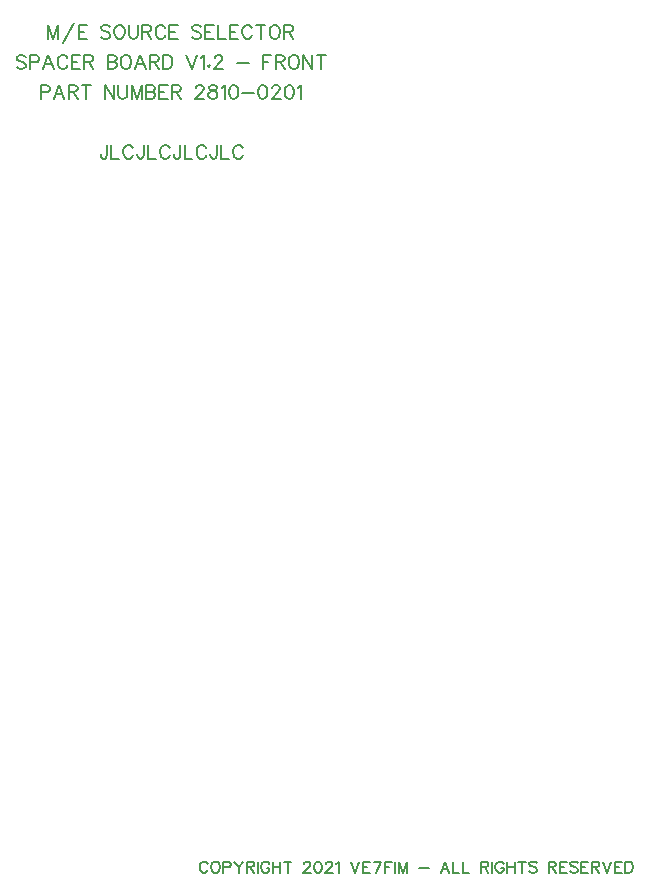
<source format=gto>
G04 Layer: TopSilkscreenLayer*
G04 EasyEDA v6.5.29, 2023-07-16 15:11:24*
G04 4815ca597486458abc7986fe6b47f49f,5a6b42c53f6a479593ecc07194224c93,10*
G04 Gerber Generator version 0.2*
G04 Scale: 100 percent, Rotated: No, Reflected: No *
G04 Dimensions in millimeters *
G04 leading zeros omitted , absolute positions ,4 integer and 5 decimal *
%FSLAX45Y45*%
%MOMM*%

%ADD10C,0.2032*%
%ADD11C,0.1524*%

%LPD*%
D10*
X1524000Y9709658D02*
G01*
X1524000Y9595104D01*
X1524000Y9709658D02*
G01*
X1567687Y9595104D01*
X1611376Y9709658D02*
G01*
X1567687Y9595104D01*
X1611376Y9709658D02*
G01*
X1611376Y9595104D01*
X1745487Y9731502D02*
G01*
X1647189Y9556750D01*
X1781555Y9709658D02*
G01*
X1781555Y9595104D01*
X1781555Y9709658D02*
G01*
X1852421Y9709658D01*
X1781555Y9655047D02*
G01*
X1824989Y9655047D01*
X1781555Y9595104D02*
G01*
X1852421Y9595104D01*
X2048763Y9693147D02*
G01*
X2037841Y9704070D01*
X2021331Y9709658D01*
X1999741Y9709658D01*
X1983231Y9704070D01*
X1972309Y9693147D01*
X1972309Y9682226D01*
X1977897Y9671304D01*
X1983231Y9665970D01*
X1994154Y9660381D01*
X2026920Y9649713D01*
X2037841Y9644126D01*
X2043175Y9638792D01*
X2048763Y9627870D01*
X2048763Y9611360D01*
X2037841Y9600437D01*
X2021331Y9595104D01*
X1999741Y9595104D01*
X1983231Y9600437D01*
X1972309Y9611360D01*
X2117343Y9709658D02*
G01*
X2106422Y9704070D01*
X2095754Y9693147D01*
X2090165Y9682226D01*
X2084831Y9665970D01*
X2084831Y9638792D01*
X2090165Y9622281D01*
X2095754Y9611360D01*
X2106422Y9600437D01*
X2117343Y9595104D01*
X2139188Y9595104D01*
X2150109Y9600437D01*
X2161031Y9611360D01*
X2166620Y9622281D01*
X2171954Y9638792D01*
X2171954Y9665970D01*
X2166620Y9682226D01*
X2161031Y9693147D01*
X2150109Y9704070D01*
X2139188Y9709658D01*
X2117343Y9709658D01*
X2208022Y9709658D02*
G01*
X2208022Y9627870D01*
X2213356Y9611360D01*
X2224277Y9600437D01*
X2240788Y9595104D01*
X2251709Y9595104D01*
X2267965Y9600437D01*
X2278888Y9611360D01*
X2284475Y9627870D01*
X2284475Y9709658D01*
X2320290Y9709658D02*
G01*
X2320290Y9595104D01*
X2320290Y9709658D02*
G01*
X2369565Y9709658D01*
X2385822Y9704070D01*
X2391156Y9698736D01*
X2396743Y9687813D01*
X2396743Y9676892D01*
X2391156Y9665970D01*
X2385822Y9660381D01*
X2369565Y9655047D01*
X2320290Y9655047D01*
X2358643Y9655047D02*
G01*
X2396743Y9595104D01*
X2514600Y9682226D02*
G01*
X2509011Y9693147D01*
X2498090Y9704070D01*
X2487168Y9709658D01*
X2465577Y9709658D01*
X2454656Y9704070D01*
X2443734Y9693147D01*
X2438145Y9682226D01*
X2432811Y9665970D01*
X2432811Y9638792D01*
X2438145Y9622281D01*
X2443734Y9611360D01*
X2454656Y9600437D01*
X2465577Y9595104D01*
X2487168Y9595104D01*
X2498090Y9600437D01*
X2509011Y9611360D01*
X2514600Y9622281D01*
X2550668Y9709658D02*
G01*
X2550668Y9595104D01*
X2550668Y9709658D02*
G01*
X2621534Y9709658D01*
X2550668Y9655047D02*
G01*
X2594102Y9655047D01*
X2550668Y9595104D02*
G01*
X2621534Y9595104D01*
X2817875Y9693147D02*
G01*
X2806954Y9704070D01*
X2790443Y9709658D01*
X2768600Y9709658D01*
X2752343Y9704070D01*
X2741422Y9693147D01*
X2741422Y9682226D01*
X2747009Y9671304D01*
X2752343Y9665970D01*
X2763265Y9660381D01*
X2796031Y9649713D01*
X2806954Y9644126D01*
X2812288Y9638792D01*
X2817875Y9627870D01*
X2817875Y9611360D01*
X2806954Y9600437D01*
X2790443Y9595104D01*
X2768600Y9595104D01*
X2752343Y9600437D01*
X2741422Y9611360D01*
X2853690Y9709658D02*
G01*
X2853690Y9595104D01*
X2853690Y9709658D02*
G01*
X2924809Y9709658D01*
X2853690Y9655047D02*
G01*
X2897377Y9655047D01*
X2853690Y9595104D02*
G01*
X2924809Y9595104D01*
X2960624Y9709658D02*
G01*
X2960624Y9595104D01*
X2960624Y9595104D02*
G01*
X3026156Y9595104D01*
X3062224Y9709658D02*
G01*
X3062224Y9595104D01*
X3062224Y9709658D02*
G01*
X3133090Y9709658D01*
X3062224Y9655047D02*
G01*
X3105911Y9655047D01*
X3062224Y9595104D02*
G01*
X3133090Y9595104D01*
X3250945Y9682226D02*
G01*
X3245358Y9693147D01*
X3234436Y9704070D01*
X3223513Y9709658D01*
X3201924Y9709658D01*
X3191002Y9704070D01*
X3180079Y9693147D01*
X3174491Y9682226D01*
X3169158Y9665970D01*
X3169158Y9638792D01*
X3174491Y9622281D01*
X3180079Y9611360D01*
X3191002Y9600437D01*
X3201924Y9595104D01*
X3223513Y9595104D01*
X3234436Y9600437D01*
X3245358Y9611360D01*
X3250945Y9622281D01*
X3325113Y9709658D02*
G01*
X3325113Y9595104D01*
X3287013Y9709658D02*
G01*
X3363213Y9709658D01*
X3432047Y9709658D02*
G01*
X3421125Y9704070D01*
X3410204Y9693147D01*
X3404615Y9682226D01*
X3399281Y9665970D01*
X3399281Y9638792D01*
X3404615Y9622281D01*
X3410204Y9611360D01*
X3421125Y9600437D01*
X3432047Y9595104D01*
X3453891Y9595104D01*
X3464813Y9600437D01*
X3475736Y9611360D01*
X3481070Y9622281D01*
X3486658Y9638792D01*
X3486658Y9665970D01*
X3481070Y9682226D01*
X3475736Y9693147D01*
X3464813Y9704070D01*
X3453891Y9709658D01*
X3432047Y9709658D01*
X3522472Y9709658D02*
G01*
X3522472Y9595104D01*
X3522472Y9709658D02*
G01*
X3571747Y9709658D01*
X3588004Y9704070D01*
X3593338Y9698736D01*
X3598925Y9687813D01*
X3598925Y9676892D01*
X3593338Y9665970D01*
X3588004Y9660381D01*
X3571747Y9655047D01*
X3522472Y9655047D01*
X3560825Y9655047D02*
G01*
X3598925Y9595104D01*
X2023109Y8693658D02*
G01*
X2023109Y8606281D01*
X2017522Y8590026D01*
X2012188Y8584437D01*
X2001265Y8579104D01*
X1990343Y8579104D01*
X1979422Y8584437D01*
X1973834Y8590026D01*
X1968500Y8606281D01*
X1968500Y8617204D01*
X2058924Y8693658D02*
G01*
X2058924Y8579104D01*
X2058924Y8579104D02*
G01*
X2124456Y8579104D01*
X2242311Y8666226D02*
G01*
X2236977Y8677147D01*
X2226056Y8688070D01*
X2215134Y8693658D01*
X2193290Y8693658D01*
X2182368Y8688070D01*
X2171445Y8677147D01*
X2165858Y8666226D01*
X2160524Y8649970D01*
X2160524Y8622792D01*
X2165858Y8606281D01*
X2171445Y8595360D01*
X2182368Y8584437D01*
X2193290Y8579104D01*
X2215134Y8579104D01*
X2226056Y8584437D01*
X2236977Y8595360D01*
X2242311Y8606281D01*
X2332736Y8693658D02*
G01*
X2332736Y8606281D01*
X2327402Y8590026D01*
X2322068Y8584437D01*
X2311145Y8579104D01*
X2300224Y8579104D01*
X2289302Y8584437D01*
X2283713Y8590026D01*
X2278379Y8606281D01*
X2278379Y8617204D01*
X2368804Y8693658D02*
G01*
X2368804Y8579104D01*
X2368804Y8579104D02*
G01*
X2434336Y8579104D01*
X2552191Y8666226D02*
G01*
X2546604Y8677147D01*
X2535681Y8688070D01*
X2524759Y8693658D01*
X2503170Y8693658D01*
X2492247Y8688070D01*
X2481325Y8677147D01*
X2475738Y8666226D01*
X2470404Y8649970D01*
X2470404Y8622792D01*
X2475738Y8606281D01*
X2481325Y8595360D01*
X2492247Y8584437D01*
X2503170Y8579104D01*
X2524759Y8579104D01*
X2535681Y8584437D01*
X2546604Y8595360D01*
X2552191Y8606281D01*
X2642615Y8693658D02*
G01*
X2642615Y8606281D01*
X2637281Y8590026D01*
X2631693Y8584437D01*
X2620772Y8579104D01*
X2609850Y8579104D01*
X2598927Y8584437D01*
X2593593Y8590026D01*
X2588259Y8606281D01*
X2588259Y8617204D01*
X2678684Y8693658D02*
G01*
X2678684Y8579104D01*
X2678684Y8579104D02*
G01*
X2744215Y8579104D01*
X2862072Y8666226D02*
G01*
X2856484Y8677147D01*
X2845561Y8688070D01*
X2834640Y8693658D01*
X2812795Y8693658D01*
X2801874Y8688070D01*
X2790952Y8677147D01*
X2785618Y8666226D01*
X2780029Y8649970D01*
X2780029Y8622792D01*
X2785618Y8606281D01*
X2790952Y8595360D01*
X2801874Y8584437D01*
X2812795Y8579104D01*
X2834640Y8579104D01*
X2845561Y8584437D01*
X2856484Y8595360D01*
X2862072Y8606281D01*
X2952495Y8693658D02*
G01*
X2952495Y8606281D01*
X2947161Y8590026D01*
X2941574Y8584437D01*
X2930652Y8579104D01*
X2919729Y8579104D01*
X2908808Y8584437D01*
X2903474Y8590026D01*
X2897886Y8606281D01*
X2897886Y8617204D01*
X2988563Y8693658D02*
G01*
X2988563Y8579104D01*
X2988563Y8579104D02*
G01*
X3053841Y8579104D01*
X3171697Y8666226D02*
G01*
X3166363Y8677147D01*
X3155441Y8688070D01*
X3144520Y8693658D01*
X3122675Y8693658D01*
X3111754Y8688070D01*
X3100831Y8677147D01*
X3095497Y8666226D01*
X3089909Y8649970D01*
X3089909Y8622792D01*
X3095497Y8606281D01*
X3100831Y8595360D01*
X3111754Y8584437D01*
X3122675Y8579104D01*
X3144520Y8579104D01*
X3155441Y8584437D01*
X3166363Y8595360D01*
X3171697Y8606281D01*
D11*
X2874766Y2605537D02*
G01*
X2870448Y2614681D01*
X2861304Y2623571D01*
X2852160Y2628143D01*
X2833872Y2628143D01*
X2824982Y2623571D01*
X2815838Y2614681D01*
X2811266Y2605537D01*
X2806694Y2591821D01*
X2806694Y2569215D01*
X2811266Y2555499D01*
X2815838Y2546355D01*
X2824982Y2537211D01*
X2833872Y2532639D01*
X2852160Y2532639D01*
X2861304Y2537211D01*
X2870448Y2546355D01*
X2874766Y2555499D01*
X2932170Y2628143D02*
G01*
X2923026Y2623571D01*
X2913882Y2614681D01*
X2909310Y2605537D01*
X2904992Y2591821D01*
X2904992Y2569215D01*
X2909310Y2555499D01*
X2913882Y2546355D01*
X2923026Y2537211D01*
X2932170Y2532639D01*
X2950204Y2532639D01*
X2959348Y2537211D01*
X2968492Y2546355D01*
X2973064Y2555499D01*
X2977636Y2569215D01*
X2977636Y2591821D01*
X2973064Y2605537D01*
X2968492Y2614681D01*
X2959348Y2623571D01*
X2950204Y2628143D01*
X2932170Y2628143D01*
X3007608Y2628143D02*
G01*
X3007608Y2532639D01*
X3007608Y2628143D02*
G01*
X3048502Y2628143D01*
X3062218Y2623571D01*
X3066790Y2618999D01*
X3071362Y2610109D01*
X3071362Y2596393D01*
X3066790Y2587249D01*
X3062218Y2582677D01*
X3048502Y2578105D01*
X3007608Y2578105D01*
X3101334Y2628143D02*
G01*
X3137656Y2582677D01*
X3137656Y2532639D01*
X3173978Y2628143D02*
G01*
X3137656Y2582677D01*
X3203950Y2628143D02*
G01*
X3203950Y2532639D01*
X3203950Y2628143D02*
G01*
X3244844Y2628143D01*
X3258560Y2623571D01*
X3263132Y2618999D01*
X3267704Y2610109D01*
X3267704Y2600965D01*
X3263132Y2591821D01*
X3258560Y2587249D01*
X3244844Y2582677D01*
X3203950Y2582677D01*
X3235700Y2582677D02*
G01*
X3267704Y2532639D01*
X3297676Y2628143D02*
G01*
X3297676Y2532639D01*
X3395720Y2605537D02*
G01*
X3391148Y2614681D01*
X3382258Y2623571D01*
X3373114Y2628143D01*
X3354826Y2628143D01*
X3345682Y2623571D01*
X3336792Y2614681D01*
X3332220Y2605537D01*
X3327648Y2591821D01*
X3327648Y2569215D01*
X3332220Y2555499D01*
X3336792Y2546355D01*
X3345682Y2537211D01*
X3354826Y2532639D01*
X3373114Y2532639D01*
X3382258Y2537211D01*
X3391148Y2546355D01*
X3395720Y2555499D01*
X3395720Y2569215D01*
X3373114Y2569215D02*
G01*
X3395720Y2569215D01*
X3425692Y2628143D02*
G01*
X3425692Y2532639D01*
X3489446Y2628143D02*
G01*
X3489446Y2532639D01*
X3425692Y2582677D02*
G01*
X3489446Y2582677D01*
X3551168Y2628143D02*
G01*
X3551168Y2532639D01*
X3519418Y2628143D02*
G01*
X3583172Y2628143D01*
X3687566Y2605537D02*
G01*
X3687566Y2610109D01*
X3692138Y2618999D01*
X3696710Y2623571D01*
X3705854Y2628143D01*
X3723888Y2628143D01*
X3733032Y2623571D01*
X3737604Y2618999D01*
X3742176Y2610109D01*
X3742176Y2600965D01*
X3737604Y2591821D01*
X3728460Y2578105D01*
X3682994Y2532639D01*
X3746748Y2532639D01*
X3803898Y2628143D02*
G01*
X3790436Y2623571D01*
X3781292Y2610109D01*
X3776720Y2587249D01*
X3776720Y2573787D01*
X3781292Y2550927D01*
X3790436Y2537211D01*
X3803898Y2532639D01*
X3813042Y2532639D01*
X3826758Y2537211D01*
X3835902Y2550927D01*
X3840220Y2573787D01*
X3840220Y2587249D01*
X3835902Y2610109D01*
X3826758Y2623571D01*
X3813042Y2628143D01*
X3803898Y2628143D01*
X3874764Y2605537D02*
G01*
X3874764Y2610109D01*
X3879336Y2618999D01*
X3883908Y2623571D01*
X3893052Y2628143D01*
X3911340Y2628143D01*
X3920230Y2623571D01*
X3924802Y2618999D01*
X3929374Y2610109D01*
X3929374Y2600965D01*
X3924802Y2591821D01*
X3915658Y2578105D01*
X3870446Y2532639D01*
X3933946Y2532639D01*
X3963918Y2610109D02*
G01*
X3973062Y2614681D01*
X3986778Y2628143D01*
X3986778Y2532639D01*
X4086600Y2628143D02*
G01*
X4123176Y2532639D01*
X4159498Y2628143D02*
G01*
X4123176Y2532639D01*
X4189470Y2628143D02*
G01*
X4189470Y2532639D01*
X4189470Y2628143D02*
G01*
X4248398Y2628143D01*
X4189470Y2582677D02*
G01*
X4225792Y2582677D01*
X4189470Y2532639D02*
G01*
X4248398Y2532639D01*
X4342124Y2628143D02*
G01*
X4296658Y2532639D01*
X4278624Y2628143D02*
G01*
X4342124Y2628143D01*
X4372096Y2628143D02*
G01*
X4372096Y2532639D01*
X4372096Y2628143D02*
G01*
X4431278Y2628143D01*
X4372096Y2582677D02*
G01*
X4408418Y2582677D01*
X4461250Y2628143D02*
G01*
X4461250Y2532639D01*
X4491222Y2628143D02*
G01*
X4491222Y2532639D01*
X4491222Y2628143D02*
G01*
X4527544Y2532639D01*
X4563866Y2628143D02*
G01*
X4527544Y2532639D01*
X4563866Y2628143D02*
G01*
X4563866Y2532639D01*
X4663942Y2573787D02*
G01*
X4745730Y2573787D01*
X4882128Y2628143D02*
G01*
X4845806Y2532639D01*
X4882128Y2628143D02*
G01*
X4918450Y2532639D01*
X4859522Y2564643D02*
G01*
X4904988Y2564643D01*
X4948422Y2628143D02*
G01*
X4948422Y2532639D01*
X4948422Y2532639D02*
G01*
X5003032Y2532639D01*
X5033004Y2628143D02*
G01*
X5033004Y2532639D01*
X5033004Y2532639D02*
G01*
X5087614Y2532639D01*
X5187690Y2628143D02*
G01*
X5187690Y2532639D01*
X5187690Y2628143D02*
G01*
X5228584Y2628143D01*
X5242046Y2623571D01*
X5246618Y2618999D01*
X5251190Y2610109D01*
X5251190Y2600965D01*
X5246618Y2591821D01*
X5242046Y2587249D01*
X5228584Y2582677D01*
X5187690Y2582677D01*
X5219440Y2582677D02*
G01*
X5251190Y2532639D01*
X5281162Y2628143D02*
G01*
X5281162Y2532639D01*
X5379460Y2605537D02*
G01*
X5374888Y2614681D01*
X5365744Y2623571D01*
X5356600Y2628143D01*
X5338566Y2628143D01*
X5329422Y2623571D01*
X5320278Y2614681D01*
X5315706Y2605537D01*
X5311134Y2591821D01*
X5311134Y2569215D01*
X5315706Y2555499D01*
X5320278Y2546355D01*
X5329422Y2537211D01*
X5338566Y2532639D01*
X5356600Y2532639D01*
X5365744Y2537211D01*
X5374888Y2546355D01*
X5379460Y2555499D01*
X5379460Y2569215D01*
X5356600Y2569215D02*
G01*
X5379460Y2569215D01*
X5409432Y2628143D02*
G01*
X5409432Y2532639D01*
X5472932Y2628143D02*
G01*
X5472932Y2532639D01*
X5409432Y2582677D02*
G01*
X5472932Y2582677D01*
X5534908Y2628143D02*
G01*
X5534908Y2532639D01*
X5503158Y2628143D02*
G01*
X5566658Y2628143D01*
X5660384Y2614681D02*
G01*
X5651240Y2623571D01*
X5637524Y2628143D01*
X5619490Y2628143D01*
X5605774Y2623571D01*
X5596630Y2614681D01*
X5596630Y2605537D01*
X5601202Y2596393D01*
X5605774Y2591821D01*
X5614918Y2587249D01*
X5642096Y2578105D01*
X5651240Y2573787D01*
X5655812Y2569215D01*
X5660384Y2560071D01*
X5660384Y2546355D01*
X5651240Y2537211D01*
X5637524Y2532639D01*
X5619490Y2532639D01*
X5605774Y2537211D01*
X5596630Y2546355D01*
X5760206Y2628143D02*
G01*
X5760206Y2532639D01*
X5760206Y2628143D02*
G01*
X5801354Y2628143D01*
X5814816Y2623571D01*
X5819388Y2618999D01*
X5823960Y2610109D01*
X5823960Y2600965D01*
X5819388Y2591821D01*
X5814816Y2587249D01*
X5801354Y2582677D01*
X5760206Y2582677D01*
X5792210Y2582677D02*
G01*
X5823960Y2532639D01*
X5853932Y2628143D02*
G01*
X5853932Y2532639D01*
X5853932Y2628143D02*
G01*
X5913114Y2628143D01*
X5853932Y2582677D02*
G01*
X5890254Y2582677D01*
X5853932Y2532639D02*
G01*
X5913114Y2532639D01*
X6006586Y2614681D02*
G01*
X5997696Y2623571D01*
X5983980Y2628143D01*
X5965692Y2628143D01*
X5952230Y2623571D01*
X5943086Y2614681D01*
X5943086Y2605537D01*
X5947658Y2596393D01*
X5952230Y2591821D01*
X5961120Y2587249D01*
X5988552Y2578105D01*
X5997696Y2573787D01*
X6002268Y2569215D01*
X6006586Y2560071D01*
X6006586Y2546355D01*
X5997696Y2537211D01*
X5983980Y2532639D01*
X5965692Y2532639D01*
X5952230Y2537211D01*
X5943086Y2546355D01*
X6036812Y2628143D02*
G01*
X6036812Y2532639D01*
X6036812Y2628143D02*
G01*
X6095740Y2628143D01*
X6036812Y2582677D02*
G01*
X6073134Y2582677D01*
X6036812Y2532639D02*
G01*
X6095740Y2532639D01*
X6125712Y2628143D02*
G01*
X6125712Y2532639D01*
X6125712Y2628143D02*
G01*
X6166606Y2628143D01*
X6180322Y2623571D01*
X6184894Y2618999D01*
X6189466Y2610109D01*
X6189466Y2600965D01*
X6184894Y2591821D01*
X6180322Y2587249D01*
X6166606Y2582677D01*
X6125712Y2582677D01*
X6157716Y2582677D02*
G01*
X6189466Y2532639D01*
X6219438Y2628143D02*
G01*
X6255760Y2532639D01*
X6292082Y2628143D02*
G01*
X6255760Y2532639D01*
X6322054Y2628143D02*
G01*
X6322054Y2532639D01*
X6322054Y2628143D02*
G01*
X6381236Y2628143D01*
X6322054Y2582677D02*
G01*
X6358630Y2582677D01*
X6322054Y2532639D02*
G01*
X6381236Y2532639D01*
X6411208Y2628143D02*
G01*
X6411208Y2532639D01*
X6411208Y2628143D02*
G01*
X6442958Y2628143D01*
X6456674Y2623571D01*
X6465818Y2614681D01*
X6470390Y2605537D01*
X6474962Y2591821D01*
X6474962Y2569215D01*
X6470390Y2555499D01*
X6465818Y2546355D01*
X6456674Y2537211D01*
X6442958Y2532639D01*
X6411208Y2532639D01*
D10*
X1460500Y9201658D02*
G01*
X1460500Y9087104D01*
X1460500Y9201658D02*
G01*
X1509521Y9201658D01*
X1526031Y9196070D01*
X1531365Y9190736D01*
X1536954Y9179813D01*
X1536954Y9163304D01*
X1531365Y9152381D01*
X1526031Y9147047D01*
X1509521Y9141713D01*
X1460500Y9141713D01*
X1616455Y9201658D02*
G01*
X1572768Y9087104D01*
X1616455Y9201658D02*
G01*
X1660144Y9087104D01*
X1589278Y9125204D02*
G01*
X1643887Y9125204D01*
X1696212Y9201658D02*
G01*
X1696212Y9087104D01*
X1696212Y9201658D02*
G01*
X1745234Y9201658D01*
X1761489Y9196070D01*
X1767078Y9190736D01*
X1772412Y9179813D01*
X1772412Y9168892D01*
X1767078Y9157970D01*
X1761489Y9152381D01*
X1745234Y9147047D01*
X1696212Y9147047D01*
X1734312Y9147047D02*
G01*
X1772412Y9087104D01*
X1846579Y9201658D02*
G01*
X1846579Y9087104D01*
X1808479Y9201658D02*
G01*
X1884934Y9201658D01*
X2004822Y9201658D02*
G01*
X2004822Y9087104D01*
X2004822Y9201658D02*
G01*
X2081275Y9087104D01*
X2081275Y9201658D02*
G01*
X2081275Y9087104D01*
X2117343Y9201658D02*
G01*
X2117343Y9119870D01*
X2122677Y9103360D01*
X2133600Y9092437D01*
X2149856Y9087104D01*
X2160777Y9087104D01*
X2177288Y9092437D01*
X2188209Y9103360D01*
X2193543Y9119870D01*
X2193543Y9201658D01*
X2229611Y9201658D02*
G01*
X2229611Y9087104D01*
X2229611Y9201658D02*
G01*
X2273300Y9087104D01*
X2316988Y9201658D02*
G01*
X2273300Y9087104D01*
X2316988Y9201658D02*
G01*
X2316988Y9087104D01*
X2352802Y9201658D02*
G01*
X2352802Y9087104D01*
X2352802Y9201658D02*
G01*
X2402077Y9201658D01*
X2418334Y9196070D01*
X2423668Y9190736D01*
X2429256Y9179813D01*
X2429256Y9168892D01*
X2423668Y9157970D01*
X2418334Y9152381D01*
X2402077Y9147047D01*
X2352802Y9147047D02*
G01*
X2402077Y9147047D01*
X2418334Y9141713D01*
X2423668Y9136126D01*
X2429256Y9125204D01*
X2429256Y9108947D01*
X2423668Y9098026D01*
X2418334Y9092437D01*
X2402077Y9087104D01*
X2352802Y9087104D01*
X2465324Y9201658D02*
G01*
X2465324Y9087104D01*
X2465324Y9201658D02*
G01*
X2536190Y9201658D01*
X2465324Y9147047D02*
G01*
X2508758Y9147047D01*
X2465324Y9087104D02*
G01*
X2536190Y9087104D01*
X2572258Y9201658D02*
G01*
X2572258Y9087104D01*
X2572258Y9201658D02*
G01*
X2621279Y9201658D01*
X2637536Y9196070D01*
X2643124Y9190736D01*
X2648458Y9179813D01*
X2648458Y9168892D01*
X2643124Y9157970D01*
X2637536Y9152381D01*
X2621279Y9147047D01*
X2572258Y9147047D01*
X2610358Y9147047D02*
G01*
X2648458Y9087104D01*
X2773934Y9174226D02*
G01*
X2773934Y9179813D01*
X2779522Y9190736D01*
X2784856Y9196070D01*
X2795777Y9201658D01*
X2817622Y9201658D01*
X2828543Y9196070D01*
X2833877Y9190736D01*
X2839465Y9179813D01*
X2839465Y9168892D01*
X2833877Y9157970D01*
X2822956Y9141713D01*
X2768600Y9087104D01*
X2844800Y9087104D01*
X2908045Y9201658D02*
G01*
X2891790Y9196070D01*
X2886202Y9185147D01*
X2886202Y9174226D01*
X2891790Y9163304D01*
X2902711Y9157970D01*
X2924556Y9152381D01*
X2940811Y9147047D01*
X2951734Y9136126D01*
X2957322Y9125204D01*
X2957322Y9108947D01*
X2951734Y9098026D01*
X2946400Y9092437D01*
X2929890Y9087104D01*
X2908045Y9087104D01*
X2891790Y9092437D01*
X2886202Y9098026D01*
X2880868Y9108947D01*
X2880868Y9125204D01*
X2886202Y9136126D01*
X2897124Y9147047D01*
X2913634Y9152381D01*
X2935477Y9157970D01*
X2946400Y9163304D01*
X2951734Y9174226D01*
X2951734Y9185147D01*
X2946400Y9196070D01*
X2929890Y9201658D01*
X2908045Y9201658D01*
X2993136Y9179813D02*
G01*
X3004058Y9185147D01*
X3020568Y9201658D01*
X3020568Y9087104D01*
X3089147Y9201658D02*
G01*
X3072891Y9196070D01*
X3061970Y9179813D01*
X3056381Y9152381D01*
X3056381Y9136126D01*
X3061970Y9108947D01*
X3072891Y9092437D01*
X3089147Y9087104D01*
X3100070Y9087104D01*
X3116579Y9092437D01*
X3127502Y9108947D01*
X3132836Y9136126D01*
X3132836Y9152381D01*
X3127502Y9179813D01*
X3116579Y9196070D01*
X3100070Y9201658D01*
X3089147Y9201658D01*
X3168904Y9136126D02*
G01*
X3266947Y9136126D01*
X3335781Y9201658D02*
G01*
X3319525Y9196070D01*
X3308604Y9179813D01*
X3303015Y9152381D01*
X3303015Y9136126D01*
X3308604Y9108947D01*
X3319525Y9092437D01*
X3335781Y9087104D01*
X3346704Y9087104D01*
X3362959Y9092437D01*
X3373881Y9108947D01*
X3379470Y9136126D01*
X3379470Y9152381D01*
X3373881Y9179813D01*
X3362959Y9196070D01*
X3346704Y9201658D01*
X3335781Y9201658D01*
X3420872Y9174226D02*
G01*
X3420872Y9179813D01*
X3426206Y9190736D01*
X3431793Y9196070D01*
X3442715Y9201658D01*
X3464559Y9201658D01*
X3475481Y9196070D01*
X3480815Y9190736D01*
X3486404Y9179813D01*
X3486404Y9168892D01*
X3480815Y9157970D01*
X3469893Y9141713D01*
X3415284Y9087104D01*
X3491738Y9087104D01*
X3560572Y9201658D02*
G01*
X3544061Y9196070D01*
X3533140Y9179813D01*
X3527806Y9152381D01*
X3527806Y9136126D01*
X3533140Y9108947D01*
X3544061Y9092437D01*
X3560572Y9087104D01*
X3571493Y9087104D01*
X3587750Y9092437D01*
X3598672Y9108947D01*
X3604006Y9136126D01*
X3604006Y9152381D01*
X3598672Y9179813D01*
X3587750Y9196070D01*
X3571493Y9201658D01*
X3560572Y9201658D01*
X3640074Y9179813D02*
G01*
X3650995Y9185147D01*
X3667506Y9201658D01*
X3667506Y9087104D01*
X1333751Y9439155D02*
G01*
X1322829Y9450077D01*
X1306319Y9455665D01*
X1284475Y9455665D01*
X1268219Y9450077D01*
X1257297Y9439155D01*
X1257297Y9428233D01*
X1262631Y9417311D01*
X1268219Y9411977D01*
X1279141Y9406389D01*
X1311907Y9395467D01*
X1322829Y9390133D01*
X1328163Y9384545D01*
X1333751Y9373877D01*
X1333751Y9357367D01*
X1322829Y9346445D01*
X1306319Y9341111D01*
X1284475Y9341111D01*
X1268219Y9346445D01*
X1257297Y9357367D01*
X1369565Y9455665D02*
G01*
X1369565Y9341111D01*
X1369565Y9455665D02*
G01*
X1418841Y9455665D01*
X1435097Y9450077D01*
X1440685Y9444743D01*
X1446019Y9433821D01*
X1446019Y9417311D01*
X1440685Y9406389D01*
X1435097Y9401055D01*
X1418841Y9395467D01*
X1369565Y9395467D01*
X1525775Y9455665D02*
G01*
X1482087Y9341111D01*
X1525775Y9455665D02*
G01*
X1569209Y9341111D01*
X1498343Y9379211D02*
G01*
X1552953Y9379211D01*
X1687065Y9428233D02*
G01*
X1681731Y9439155D01*
X1670809Y9450077D01*
X1659887Y9455665D01*
X1638043Y9455665D01*
X1627121Y9450077D01*
X1616199Y9439155D01*
X1610865Y9428233D01*
X1605277Y9411977D01*
X1605277Y9384545D01*
X1610865Y9368289D01*
X1616199Y9357367D01*
X1627121Y9346445D01*
X1638043Y9341111D01*
X1659887Y9341111D01*
X1670809Y9346445D01*
X1681731Y9357367D01*
X1687065Y9368289D01*
X1723133Y9455665D02*
G01*
X1723133Y9341111D01*
X1723133Y9455665D02*
G01*
X1793999Y9455665D01*
X1723133Y9401055D02*
G01*
X1766821Y9401055D01*
X1723133Y9341111D02*
G01*
X1793999Y9341111D01*
X1830067Y9455665D02*
G01*
X1830067Y9341111D01*
X1830067Y9455665D02*
G01*
X1879089Y9455665D01*
X1895599Y9450077D01*
X1900933Y9444743D01*
X1906267Y9433821D01*
X1906267Y9422899D01*
X1900933Y9411977D01*
X1895599Y9406389D01*
X1879089Y9401055D01*
X1830067Y9401055D01*
X1868167Y9401055D02*
G01*
X1906267Y9341111D01*
X2026409Y9455665D02*
G01*
X2026409Y9341111D01*
X2026409Y9455665D02*
G01*
X2075431Y9455665D01*
X2091941Y9450077D01*
X2097275Y9444743D01*
X2102863Y9433821D01*
X2102863Y9422899D01*
X2097275Y9411977D01*
X2091941Y9406389D01*
X2075431Y9401055D01*
X2026409Y9401055D02*
G01*
X2075431Y9401055D01*
X2091941Y9395467D01*
X2097275Y9390133D01*
X2102863Y9379211D01*
X2102863Y9362955D01*
X2097275Y9352033D01*
X2091941Y9346445D01*
X2075431Y9341111D01*
X2026409Y9341111D01*
X2171443Y9455665D02*
G01*
X2160521Y9450077D01*
X2149599Y9439155D01*
X2144265Y9428233D01*
X2138677Y9411977D01*
X2138677Y9384545D01*
X2144265Y9368289D01*
X2149599Y9357367D01*
X2160521Y9346445D01*
X2171443Y9341111D01*
X2193287Y9341111D01*
X2204209Y9346445D01*
X2215131Y9357367D01*
X2220465Y9368289D01*
X2226053Y9384545D01*
X2226053Y9411977D01*
X2220465Y9428233D01*
X2215131Y9439155D01*
X2204209Y9450077D01*
X2193287Y9455665D01*
X2171443Y9455665D01*
X2305555Y9455665D02*
G01*
X2262121Y9341111D01*
X2305555Y9455665D02*
G01*
X2349243Y9341111D01*
X2278377Y9379211D02*
G01*
X2332987Y9379211D01*
X2385311Y9455665D02*
G01*
X2385311Y9341111D01*
X2385311Y9455665D02*
G01*
X2434333Y9455665D01*
X2450843Y9450077D01*
X2456177Y9444743D01*
X2461765Y9433821D01*
X2461765Y9422899D01*
X2456177Y9411977D01*
X2450843Y9406389D01*
X2434333Y9401055D01*
X2385311Y9401055D01*
X2423411Y9401055D02*
G01*
X2461765Y9341111D01*
X2497579Y9455665D02*
G01*
X2497579Y9341111D01*
X2497579Y9455665D02*
G01*
X2535933Y9455665D01*
X2552189Y9450077D01*
X2563111Y9439155D01*
X2568445Y9428233D01*
X2574033Y9411977D01*
X2574033Y9384545D01*
X2568445Y9368289D01*
X2563111Y9357367D01*
X2552189Y9346445D01*
X2535933Y9341111D01*
X2497579Y9341111D01*
X2693921Y9455665D02*
G01*
X2737609Y9341111D01*
X2781297Y9455665D02*
G01*
X2737609Y9341111D01*
X2817365Y9433821D02*
G01*
X2828287Y9439155D01*
X2844543Y9455665D01*
X2844543Y9341111D01*
X2885945Y9368289D02*
G01*
X2880611Y9362955D01*
X2885945Y9357367D01*
X2891533Y9362955D01*
X2885945Y9368289D01*
X2932935Y9428233D02*
G01*
X2932935Y9433821D01*
X2938269Y9444743D01*
X2943857Y9450077D01*
X2954779Y9455665D01*
X2976623Y9455665D01*
X2987545Y9450077D01*
X2992879Y9444743D01*
X2998467Y9433821D01*
X2998467Y9422899D01*
X2992879Y9411977D01*
X2981957Y9395467D01*
X2927601Y9341111D01*
X3003801Y9341111D01*
X3123943Y9390133D02*
G01*
X3221987Y9390133D01*
X3342129Y9455665D02*
G01*
X3342129Y9341111D01*
X3342129Y9455665D02*
G01*
X3412995Y9455665D01*
X3342129Y9401055D02*
G01*
X3385563Y9401055D01*
X3448809Y9455665D02*
G01*
X3448809Y9341111D01*
X3448809Y9455665D02*
G01*
X3498085Y9455665D01*
X3514341Y9450077D01*
X3519929Y9444743D01*
X3525263Y9433821D01*
X3525263Y9422899D01*
X3519929Y9411977D01*
X3514341Y9406389D01*
X3498085Y9401055D01*
X3448809Y9401055D01*
X3487163Y9401055D02*
G01*
X3525263Y9341111D01*
X3594097Y9455665D02*
G01*
X3583175Y9450077D01*
X3572253Y9439155D01*
X3566665Y9428233D01*
X3561331Y9411977D01*
X3561331Y9384545D01*
X3566665Y9368289D01*
X3572253Y9357367D01*
X3583175Y9346445D01*
X3594097Y9341111D01*
X3615941Y9341111D01*
X3626863Y9346445D01*
X3637531Y9357367D01*
X3643119Y9368289D01*
X3648453Y9384545D01*
X3648453Y9411977D01*
X3643119Y9428233D01*
X3637531Y9439155D01*
X3626863Y9450077D01*
X3615941Y9455665D01*
X3594097Y9455665D01*
X3684521Y9455665D02*
G01*
X3684521Y9341111D01*
X3684521Y9455665D02*
G01*
X3760975Y9341111D01*
X3760975Y9455665D02*
G01*
X3760975Y9341111D01*
X3835143Y9455665D02*
G01*
X3835143Y9341111D01*
X3797043Y9455665D02*
G01*
X3873243Y9455665D01*
M02*

</source>
